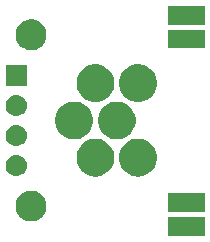
<source format=gbs>
G04 #@! TF.GenerationSoftware,KiCad,Pcbnew,5.1.4+dfsg1-1*
G04 #@! TF.CreationDate,2020-04-13T21:54:57+02:00*
G04 #@! TF.ProjectId,C245_conn,43323435-5f63-46f6-9e6e-2e6b69636164,rev?*
G04 #@! TF.SameCoordinates,Original*
G04 #@! TF.FileFunction,Soldermask,Bot*
G04 #@! TF.FilePolarity,Negative*
%FSLAX46Y46*%
G04 Gerber Fmt 4.6, Leading zero omitted, Abs format (unit mm)*
G04 Created by KiCad (PCBNEW 5.1.4+dfsg1-1) date 2020-04-13 21:54:57*
%MOMM*%
%LPD*%
G04 APERTURE LIST*
%ADD10C,0.100000*%
G04 APERTURE END LIST*
D10*
G36*
X107451000Y-110251000D02*
G01*
X104349000Y-110251000D01*
X104349000Y-108649000D01*
X107451000Y-108649000D01*
X107451000Y-110251000D01*
X107451000Y-110251000D01*
G37*
G36*
X93129487Y-106498996D02*
G01*
X93366253Y-106597068D01*
X93366255Y-106597069D01*
X93443975Y-106649000D01*
X93579339Y-106739447D01*
X93760553Y-106920661D01*
X93902932Y-107133747D01*
X94001004Y-107370513D01*
X94051000Y-107621861D01*
X94051000Y-107878139D01*
X94001004Y-108129487D01*
X93902932Y-108366253D01*
X93902931Y-108366255D01*
X93760553Y-108579339D01*
X93579339Y-108760553D01*
X93366255Y-108902931D01*
X93366254Y-108902932D01*
X93366253Y-108902932D01*
X93129487Y-109001004D01*
X92878139Y-109051000D01*
X92621861Y-109051000D01*
X92370513Y-109001004D01*
X92133747Y-108902932D01*
X92133746Y-108902932D01*
X92133745Y-108902931D01*
X91920661Y-108760553D01*
X91739447Y-108579339D01*
X91597069Y-108366255D01*
X91597068Y-108366253D01*
X91498996Y-108129487D01*
X91449000Y-107878139D01*
X91449000Y-107621861D01*
X91498996Y-107370513D01*
X91597068Y-107133747D01*
X91739447Y-106920661D01*
X91920661Y-106739447D01*
X92056025Y-106649000D01*
X92133745Y-106597069D01*
X92133747Y-106597068D01*
X92370513Y-106498996D01*
X92621861Y-106449000D01*
X92878139Y-106449000D01*
X93129487Y-106498996D01*
X93129487Y-106498996D01*
G37*
G36*
X107451000Y-108251000D02*
G01*
X104349000Y-108251000D01*
X104349000Y-106649000D01*
X107451000Y-106649000D01*
X107451000Y-108251000D01*
X107451000Y-108251000D01*
G37*
G36*
X101996217Y-102056665D02*
G01*
X102266995Y-102110525D01*
X102558358Y-102231212D01*
X102820578Y-102406422D01*
X103043578Y-102629422D01*
X103218788Y-102891642D01*
X103339475Y-103183005D01*
X103386417Y-103419000D01*
X103401000Y-103492314D01*
X103401000Y-103807686D01*
X103399145Y-103817011D01*
X103339475Y-104116995D01*
X103218788Y-104408358D01*
X103043578Y-104670578D01*
X102820578Y-104893578D01*
X102558358Y-105068788D01*
X102266995Y-105189475D01*
X101996217Y-105243335D01*
X101957686Y-105251000D01*
X101642314Y-105251000D01*
X101603783Y-105243335D01*
X101333005Y-105189475D01*
X101041642Y-105068788D01*
X100779422Y-104893578D01*
X100556422Y-104670578D01*
X100381212Y-104408358D01*
X100260525Y-104116995D01*
X100200855Y-103817011D01*
X100199000Y-103807686D01*
X100199000Y-103492314D01*
X100213583Y-103419000D01*
X100260525Y-103183005D01*
X100381212Y-102891642D01*
X100556422Y-102629422D01*
X100779422Y-102406422D01*
X101041642Y-102231212D01*
X101333005Y-102110525D01*
X101603783Y-102056665D01*
X101642314Y-102049000D01*
X101957686Y-102049000D01*
X101996217Y-102056665D01*
X101996217Y-102056665D01*
G37*
G36*
X98396217Y-102056665D02*
G01*
X98666995Y-102110525D01*
X98958358Y-102231212D01*
X99220578Y-102406422D01*
X99443578Y-102629422D01*
X99618788Y-102891642D01*
X99739475Y-103183005D01*
X99786417Y-103419000D01*
X99801000Y-103492314D01*
X99801000Y-103807686D01*
X99799145Y-103817011D01*
X99739475Y-104116995D01*
X99618788Y-104408358D01*
X99443578Y-104670578D01*
X99220578Y-104893578D01*
X98958358Y-105068788D01*
X98666995Y-105189475D01*
X98396217Y-105243335D01*
X98357686Y-105251000D01*
X98042314Y-105251000D01*
X98003783Y-105243335D01*
X97733005Y-105189475D01*
X97441642Y-105068788D01*
X97179422Y-104893578D01*
X96956422Y-104670578D01*
X96781212Y-104408358D01*
X96660525Y-104116995D01*
X96600855Y-103817011D01*
X96599000Y-103807686D01*
X96599000Y-103492314D01*
X96613583Y-103419000D01*
X96660525Y-103183005D01*
X96781212Y-102891642D01*
X96956422Y-102629422D01*
X97179422Y-102406422D01*
X97441642Y-102231212D01*
X97733005Y-102110525D01*
X98003783Y-102056665D01*
X98042314Y-102049000D01*
X98357686Y-102049000D01*
X98396217Y-102056665D01*
X98396217Y-102056665D01*
G37*
G36*
X91610442Y-103425518D02*
G01*
X91676627Y-103432037D01*
X91846466Y-103483557D01*
X92002991Y-103567222D01*
X92038729Y-103596552D01*
X92140186Y-103679814D01*
X92223448Y-103781271D01*
X92252778Y-103817009D01*
X92336443Y-103973534D01*
X92387963Y-104143373D01*
X92405359Y-104320000D01*
X92387963Y-104496627D01*
X92336443Y-104666466D01*
X92252778Y-104822991D01*
X92223448Y-104858729D01*
X92140186Y-104960186D01*
X92038729Y-105043448D01*
X92002991Y-105072778D01*
X91846466Y-105156443D01*
X91676627Y-105207963D01*
X91610442Y-105214482D01*
X91544260Y-105221000D01*
X91455740Y-105221000D01*
X91389558Y-105214482D01*
X91323373Y-105207963D01*
X91153534Y-105156443D01*
X90997009Y-105072778D01*
X90961271Y-105043448D01*
X90859814Y-104960186D01*
X90776552Y-104858729D01*
X90747222Y-104822991D01*
X90663557Y-104666466D01*
X90612037Y-104496627D01*
X90594641Y-104320000D01*
X90612037Y-104143373D01*
X90663557Y-103973534D01*
X90747222Y-103817009D01*
X90776552Y-103781271D01*
X90859814Y-103679814D01*
X90961271Y-103596552D01*
X90997009Y-103567222D01*
X91153534Y-103483557D01*
X91323373Y-103432037D01*
X91389558Y-103425518D01*
X91455740Y-103419000D01*
X91544260Y-103419000D01*
X91610442Y-103425518D01*
X91610442Y-103425518D01*
G37*
G36*
X91610443Y-100885519D02*
G01*
X91676627Y-100892037D01*
X91846466Y-100943557D01*
X92002991Y-101027222D01*
X92038729Y-101056552D01*
X92140186Y-101139814D01*
X92223448Y-101241271D01*
X92252778Y-101277009D01*
X92336443Y-101433534D01*
X92387963Y-101603373D01*
X92405359Y-101780000D01*
X92387963Y-101956627D01*
X92336443Y-102126466D01*
X92252778Y-102282991D01*
X92223448Y-102318729D01*
X92140186Y-102420186D01*
X92038729Y-102503448D01*
X92002991Y-102532778D01*
X91846466Y-102616443D01*
X91676627Y-102667963D01*
X91610443Y-102674481D01*
X91544260Y-102681000D01*
X91455740Y-102681000D01*
X91389557Y-102674481D01*
X91323373Y-102667963D01*
X91153534Y-102616443D01*
X90997009Y-102532778D01*
X90961271Y-102503448D01*
X90859814Y-102420186D01*
X90776552Y-102318729D01*
X90747222Y-102282991D01*
X90663557Y-102126466D01*
X90612037Y-101956627D01*
X90594641Y-101780000D01*
X90612037Y-101603373D01*
X90663557Y-101433534D01*
X90747222Y-101277009D01*
X90776552Y-101241271D01*
X90859814Y-101139814D01*
X90961271Y-101056552D01*
X90997009Y-101027222D01*
X91153534Y-100943557D01*
X91323373Y-100892037D01*
X91389557Y-100885519D01*
X91455740Y-100879000D01*
X91544260Y-100879000D01*
X91610443Y-100885519D01*
X91610443Y-100885519D01*
G37*
G36*
X100196217Y-98906665D02*
G01*
X100466995Y-98960525D01*
X100758358Y-99081212D01*
X101020578Y-99256422D01*
X101243578Y-99479422D01*
X101418788Y-99741642D01*
X101539475Y-100033005D01*
X101601000Y-100342315D01*
X101601000Y-100657685D01*
X101539475Y-100966995D01*
X101418788Y-101258358D01*
X101243578Y-101520578D01*
X101020578Y-101743578D01*
X100758358Y-101918788D01*
X100466995Y-102039475D01*
X100196217Y-102093335D01*
X100157686Y-102101000D01*
X99842314Y-102101000D01*
X99803783Y-102093335D01*
X99533005Y-102039475D01*
X99241642Y-101918788D01*
X98979422Y-101743578D01*
X98756422Y-101520578D01*
X98581212Y-101258358D01*
X98460525Y-100966995D01*
X98399000Y-100657685D01*
X98399000Y-100342315D01*
X98460525Y-100033005D01*
X98581212Y-99741642D01*
X98756422Y-99479422D01*
X98979422Y-99256422D01*
X99241642Y-99081212D01*
X99533005Y-98960525D01*
X99803783Y-98906665D01*
X99842314Y-98899000D01*
X100157686Y-98899000D01*
X100196217Y-98906665D01*
X100196217Y-98906665D01*
G37*
G36*
X96596217Y-98906665D02*
G01*
X96866995Y-98960525D01*
X97158358Y-99081212D01*
X97420578Y-99256422D01*
X97643578Y-99479422D01*
X97818788Y-99741642D01*
X97939475Y-100033005D01*
X98001000Y-100342315D01*
X98001000Y-100657685D01*
X97939475Y-100966995D01*
X97818788Y-101258358D01*
X97643578Y-101520578D01*
X97420578Y-101743578D01*
X97158358Y-101918788D01*
X96866995Y-102039475D01*
X96596217Y-102093335D01*
X96557686Y-102101000D01*
X96242314Y-102101000D01*
X96203783Y-102093335D01*
X95933005Y-102039475D01*
X95641642Y-101918788D01*
X95379422Y-101743578D01*
X95156422Y-101520578D01*
X94981212Y-101258358D01*
X94860525Y-100966995D01*
X94799000Y-100657685D01*
X94799000Y-100342315D01*
X94860525Y-100033005D01*
X94981212Y-99741642D01*
X95156422Y-99479422D01*
X95379422Y-99256422D01*
X95641642Y-99081212D01*
X95933005Y-98960525D01*
X96203783Y-98906665D01*
X96242314Y-98899000D01*
X96557686Y-98899000D01*
X96596217Y-98906665D01*
X96596217Y-98906665D01*
G37*
G36*
X91610442Y-98345518D02*
G01*
X91676627Y-98352037D01*
X91846466Y-98403557D01*
X92002991Y-98487222D01*
X92038729Y-98516552D01*
X92140186Y-98599814D01*
X92223448Y-98701271D01*
X92252778Y-98737009D01*
X92336443Y-98893534D01*
X92387963Y-99063373D01*
X92405359Y-99240000D01*
X92387963Y-99416627D01*
X92336443Y-99586466D01*
X92252778Y-99742991D01*
X92223448Y-99778729D01*
X92140186Y-99880186D01*
X92038729Y-99963448D01*
X92002991Y-99992778D01*
X91846466Y-100076443D01*
X91676627Y-100127963D01*
X91610442Y-100134482D01*
X91544260Y-100141000D01*
X91455740Y-100141000D01*
X91389557Y-100134481D01*
X91323373Y-100127963D01*
X91153534Y-100076443D01*
X90997009Y-99992778D01*
X90961271Y-99963448D01*
X90859814Y-99880186D01*
X90776552Y-99778729D01*
X90747222Y-99742991D01*
X90663557Y-99586466D01*
X90612037Y-99416627D01*
X90594641Y-99240000D01*
X90612037Y-99063373D01*
X90663557Y-98893534D01*
X90747222Y-98737009D01*
X90776552Y-98701271D01*
X90859814Y-98599814D01*
X90961271Y-98516552D01*
X90997009Y-98487222D01*
X91153534Y-98403557D01*
X91323373Y-98352037D01*
X91389557Y-98345519D01*
X91455740Y-98339000D01*
X91544260Y-98339000D01*
X91610442Y-98345518D01*
X91610442Y-98345518D01*
G37*
G36*
X98396217Y-95756665D02*
G01*
X98666995Y-95810525D01*
X98958358Y-95931212D01*
X99220578Y-96106422D01*
X99443578Y-96329422D01*
X99618788Y-96591642D01*
X99739475Y-96883005D01*
X99801000Y-97192315D01*
X99801000Y-97507685D01*
X99739475Y-97816995D01*
X99618788Y-98108358D01*
X99443578Y-98370578D01*
X99220578Y-98593578D01*
X98958358Y-98768788D01*
X98666995Y-98889475D01*
X98396217Y-98943335D01*
X98357686Y-98951000D01*
X98042314Y-98951000D01*
X98003783Y-98943335D01*
X97733005Y-98889475D01*
X97441642Y-98768788D01*
X97179422Y-98593578D01*
X96956422Y-98370578D01*
X96781212Y-98108358D01*
X96660525Y-97816995D01*
X96599000Y-97507685D01*
X96599000Y-97192315D01*
X96660525Y-96883005D01*
X96781212Y-96591642D01*
X96956422Y-96329422D01*
X97179422Y-96106422D01*
X97441642Y-95931212D01*
X97733005Y-95810525D01*
X98003783Y-95756665D01*
X98042314Y-95749000D01*
X98357686Y-95749000D01*
X98396217Y-95756665D01*
X98396217Y-95756665D01*
G37*
G36*
X101996217Y-95756665D02*
G01*
X102266995Y-95810525D01*
X102558358Y-95931212D01*
X102820578Y-96106422D01*
X103043578Y-96329422D01*
X103218788Y-96591642D01*
X103339475Y-96883005D01*
X103401000Y-97192315D01*
X103401000Y-97507685D01*
X103339475Y-97816995D01*
X103218788Y-98108358D01*
X103043578Y-98370578D01*
X102820578Y-98593578D01*
X102558358Y-98768788D01*
X102266995Y-98889475D01*
X101996217Y-98943335D01*
X101957686Y-98951000D01*
X101642314Y-98951000D01*
X101603783Y-98943335D01*
X101333005Y-98889475D01*
X101041642Y-98768788D01*
X100779422Y-98593578D01*
X100556422Y-98370578D01*
X100381212Y-98108358D01*
X100260525Y-97816995D01*
X100199000Y-97507685D01*
X100199000Y-97192315D01*
X100260525Y-96883005D01*
X100381212Y-96591642D01*
X100556422Y-96329422D01*
X100779422Y-96106422D01*
X101041642Y-95931212D01*
X101333005Y-95810525D01*
X101603783Y-95756665D01*
X101642314Y-95749000D01*
X101957686Y-95749000D01*
X101996217Y-95756665D01*
X101996217Y-95756665D01*
G37*
G36*
X92401000Y-97601000D02*
G01*
X90599000Y-97601000D01*
X90599000Y-95799000D01*
X92401000Y-95799000D01*
X92401000Y-97601000D01*
X92401000Y-97601000D01*
G37*
G36*
X93129487Y-91998996D02*
G01*
X93366253Y-92097068D01*
X93366255Y-92097069D01*
X93579339Y-92239447D01*
X93760553Y-92420661D01*
X93902932Y-92633747D01*
X94001004Y-92870513D01*
X94051000Y-93121861D01*
X94051000Y-93378139D01*
X94001004Y-93629487D01*
X93902932Y-93866253D01*
X93902931Y-93866255D01*
X93760553Y-94079339D01*
X93579339Y-94260553D01*
X93366255Y-94402931D01*
X93366254Y-94402932D01*
X93366253Y-94402932D01*
X93129487Y-94501004D01*
X92878139Y-94551000D01*
X92621861Y-94551000D01*
X92370513Y-94501004D01*
X92133747Y-94402932D01*
X92133746Y-94402932D01*
X92133745Y-94402931D01*
X91920661Y-94260553D01*
X91739447Y-94079339D01*
X91597069Y-93866255D01*
X91597068Y-93866253D01*
X91498996Y-93629487D01*
X91449000Y-93378139D01*
X91449000Y-93121861D01*
X91498996Y-92870513D01*
X91597068Y-92633747D01*
X91739447Y-92420661D01*
X91920661Y-92239447D01*
X92133745Y-92097069D01*
X92133747Y-92097068D01*
X92370513Y-91998996D01*
X92621861Y-91949000D01*
X92878139Y-91949000D01*
X93129487Y-91998996D01*
X93129487Y-91998996D01*
G37*
G36*
X107451000Y-94401000D02*
G01*
X104349000Y-94401000D01*
X104349000Y-92799000D01*
X107451000Y-92799000D01*
X107451000Y-94401000D01*
X107451000Y-94401000D01*
G37*
G36*
X107451000Y-92401000D02*
G01*
X104349000Y-92401000D01*
X104349000Y-90799000D01*
X107451000Y-90799000D01*
X107451000Y-92401000D01*
X107451000Y-92401000D01*
G37*
M02*

</source>
